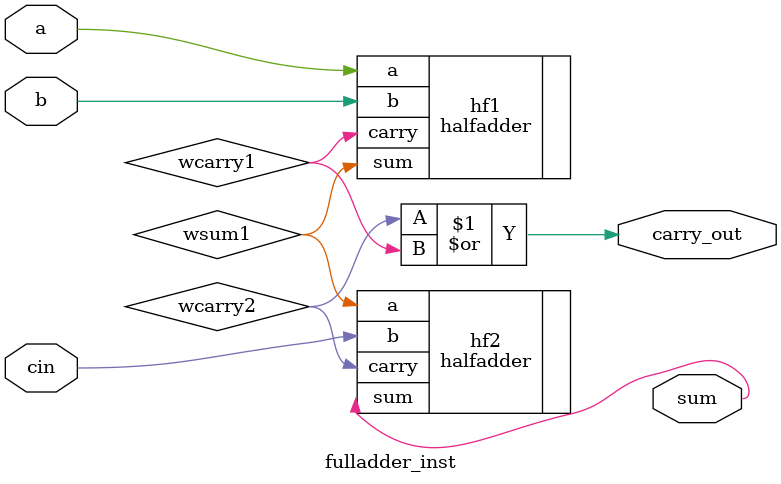
<source format=v>
/*
Program: CI Digital 02/2025
Class: Introdução à Verilog  
Class-ID: D112
Advisor: Felipe Rocha 
Advisor-Contact: felipef.rocha@inatel.br
Institute: INATEL - Santa Rita do Sapucaí / MG  
Development: André Bezerra 
Student-Contact: andrefrbezerra@gmail.com
Task-ID: A-005
Type: Laboratory
Data: octuber, 17 2025
*/

`timescale 1 ns / 1 ps

module fulladder_inst (
	input a, b, cin,
	output sum, carry_out
);
	wire wsum1, wcarry1, wcarry2;

	halfadder hf1(.a(a), .b(b), .carry(wcarry1), .sum(wsum1));
	halfadder hf2(.a(wsum1), .b(cin), .sum(sum), .carry(wcarry2));
	or o1 (carry_out, wcarry2, wcarry1);

endmodule

</source>
